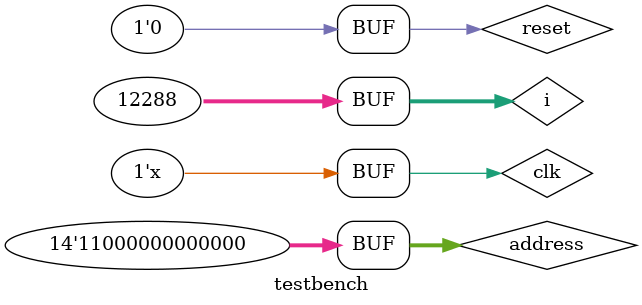
<source format=v>
`timescale 1ns/1ps

module testbench();

	reg clk = 0;
	parameter CLK_HALF_PERIOD = 10;
	reg reset;
	reg[13:0] address;

	integer i;

	always begin
		#CLK_HALF_PERIOD clk = !clk;
	end

	mem mymem(.clk(clk), .reset(reset), .address(address), .red_out(red_out),
				.green_out(green_out), .blue_out(blue_out));

	initial begin
		reset = 0;
		#(2*CLK_HALF_PERIOD)reset = 1;
		address = 14'b00000000000000;
		#(2*CLK_HALF_PERIOD)reset = 0;
		for(i = 0; i<12288; i= i +1)begin
			#(2*CLK_HALF_PERIOD)address = address +1;
		end
	end
endmodule

</source>
